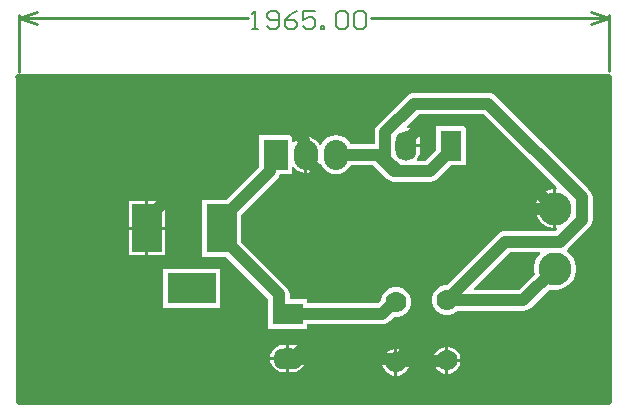
<source format=gbl>
G04*
G04 #@! TF.GenerationSoftware,Altium Limited,Altium Designer,21.4.1 (30)*
G04*
G04 Layer_Physical_Order=2*
G04 Layer_Color=16711680*
%FSTAX24Y24*%
%MOIN*%
G70*
G04*
G04 #@! TF.SameCoordinates,28C8F42C-7358-46F7-AC3D-303988F39EDD*
G04*
G04*
G04 #@! TF.FilePolarity,Positive*
G04*
G01*
G75*
%ADD11C,0.0100*%
%ADD23R,0.1000X0.1600*%
%ADD24R,0.1600X0.1000*%
%ADD25O,0.0700X0.1000*%
%ADD26R,0.0700X0.1000*%
%ADD27C,0.0700*%
%ADD28R,0.0800X0.1000*%
%ADD29O,0.0800X0.1000*%
%ADD30C,0.1100*%
%ADD31O,0.1000X0.0700*%
%ADD32R,0.1000X0.0700*%
%ADD33C,0.0200*%
%ADD34C,0.0400*%
%ADD35C,0.0060*%
G36*
X03145Y03235D02*
X0314Y0323D01*
X0118D01*
Y04315D01*
X03145D01*
Y03235D01*
D02*
G37*
%LPC*%
G36*
X0209Y0412D02*
X0198D01*
Y040373D01*
X019797Y04035D01*
Y04014D01*
X018701Y039044D01*
X0179D01*
Y037144D01*
X018701D01*
X020097Y035748D01*
Y0354D01*
X0201Y035377D01*
Y03475D01*
X0214D01*
Y034897D01*
X023889D01*
X02398Y034909D01*
X024065Y034944D01*
X024138Y035D01*
X024271Y035134D01*
X024284Y03513D01*
X024416D01*
X024543Y035164D01*
X024657Y03523D01*
X02475Y035323D01*
X024816Y035437D01*
X02485Y035564D01*
Y035696D01*
X024816Y035823D01*
X02475Y035937D01*
X024657Y03603D01*
X024543Y036096D01*
X024416Y03613D01*
X024284D01*
X024157Y036096D01*
X024043Y03603D01*
X02395Y035937D01*
X023884Y035823D01*
X023855Y035716D01*
X023742Y035603D01*
X0214D01*
Y03575D01*
X020803D01*
Y035894D01*
X020791Y035985D01*
X020756Y03607D01*
X0207Y036143D01*
X0192Y037643D01*
Y038545D01*
X0204Y039744D01*
X020456Y039817D01*
X02049Y0399D01*
X0209D01*
Y040133D01*
X02095Y04015D01*
X020993Y040093D01*
X021098Y040013D01*
X021219Y039963D01*
X0213Y039952D01*
Y04055D01*
Y041148D01*
X021219Y041137D01*
X021098Y041087D01*
X020993Y041007D01*
X02095Y04095D01*
X0209Y040967D01*
Y0412D01*
D02*
G37*
G36*
X0296Y0394D02*
X029586D01*
X02946Y039375D01*
X029342Y039326D01*
X029236Y039255D01*
X029145Y039164D01*
X029074Y039058D01*
X029025Y03894D01*
X029Y038814D01*
Y0388D01*
X0296D01*
Y0394D01*
D02*
G37*
G36*
X01665Y038994D02*
X0161D01*
Y038144D01*
X01665D01*
Y038994D01*
D02*
G37*
G36*
X016D02*
X01545D01*
Y038144D01*
X016D01*
Y038994D01*
D02*
G37*
G36*
X0296Y0387D02*
X029D01*
Y038686D01*
X029025Y03856D01*
X029074Y038442D01*
X029145Y038336D01*
X029236Y038245D01*
X029342Y038174D01*
X02946Y038125D01*
X029586Y0381D01*
X0296D01*
Y0387D01*
D02*
G37*
G36*
X01665Y038044D02*
X0161D01*
Y037194D01*
X01665D01*
Y038044D01*
D02*
G37*
G36*
X016D02*
X01545D01*
Y037194D01*
X016D01*
Y038044D01*
D02*
G37*
G36*
X027423Y042603D02*
X02496D01*
X024869Y042591D01*
X024784Y042556D01*
X02471Y0425D01*
X02375Y04154D01*
X023694Y041466D01*
X023659Y041381D01*
X023647Y04129D01*
Y040903D01*
X022841D01*
X02283Y040927D01*
X022742Y041042D01*
X022627Y04113D01*
X022494Y041186D01*
X02235Y041205D01*
X022206Y041186D01*
X022073Y04113D01*
X021958Y041042D01*
X02187Y040927D01*
X021848Y040875D01*
X021798D01*
X021787Y040902D01*
X021707Y041007D01*
X021602Y041087D01*
X021481Y041137D01*
X0214Y041148D01*
Y04055D01*
Y039952D01*
X021481Y039963D01*
X021602Y040013D01*
X021707Y040093D01*
X021787Y040198D01*
X021798Y040225D01*
X021848D01*
X02187Y040173D01*
X021958Y040058D01*
X022073Y03997D01*
X022206Y039914D01*
X02235Y039895D01*
X022494Y039914D01*
X022627Y03997D01*
X022742Y040058D01*
X02283Y040173D01*
X022841Y040197D01*
X023596D01*
X024043Y03975D01*
X024116Y039694D01*
X024201Y039659D01*
X024292Y039647D01*
X0255D01*
X025591Y039659D01*
X025677Y039694D01*
X02575Y03975D01*
X026199Y0402D01*
X0267D01*
Y0415D01*
X0257D01*
Y040699D01*
X025354Y040353D01*
X025064D01*
X025039Y040403D01*
X025093Y040473D01*
X025138Y040583D01*
X025154Y0407D01*
Y0408D01*
X0247D01*
Y0409D01*
X025154D01*
Y041D01*
X025138Y041117D01*
X025093Y041227D01*
X025021Y041321D01*
X024927Y041393D01*
X024817Y041438D01*
X02473Y04145D01*
X024712Y041503D01*
X025106Y041897D01*
X027277D01*
X02973Y039443D01*
X029703Y0394D01*
X0297D01*
Y03875D01*
Y0381D01*
X029703D01*
X02973Y038057D01*
X029677Y038003D01*
X028D01*
X027909Y037991D01*
X027823Y037956D01*
X02775Y0379D01*
X026051Y0362D01*
X025984D01*
X025857Y036166D01*
X025743Y0361D01*
X02565Y036007D01*
X025584Y035893D01*
X02555Y035766D01*
Y035634D01*
X025584Y035507D01*
X02565Y035393D01*
X025743Y0353D01*
X025857Y035234D01*
X025984Y0352D01*
X026116D01*
X026243Y035234D01*
X026357Y0353D01*
X026404Y035347D01*
X0286D01*
X028691Y035359D01*
X028777Y035394D01*
X02885Y03545D01*
X029471Y036072D01*
X029581Y03605D01*
X029719D01*
X029854Y036077D01*
X029982Y03613D01*
X030096Y036206D01*
X030194Y036304D01*
X03027Y036418D01*
X030323Y036546D01*
X03035Y036681D01*
Y036819D01*
X030323Y036954D01*
X03027Y037082D01*
X030194Y037196D01*
X030096Y037294D01*
X030045Y037328D01*
X030043Y037378D01*
X030072Y0374D01*
X0308Y038128D01*
X030856Y038201D01*
X030891Y038286D01*
X030903Y038377D01*
Y039123D01*
X030891Y039214D01*
X030856Y039299D01*
X0308Y039372D01*
X027672Y0425D01*
X027599Y042556D01*
X027514Y042591D01*
X027423Y042603D01*
D02*
G37*
G36*
X01755Y036753D02*
X01748Y036744D01*
X0166D01*
Y035444D01*
X0185D01*
Y036744D01*
X01762D01*
X01755Y036753D01*
D02*
G37*
G36*
X0209Y034204D02*
X0208D01*
Y0338D01*
X021347D01*
X021338Y033867D01*
X021293Y033977D01*
X021221Y034071D01*
X021127Y034143D01*
X021017Y034188D01*
X0209Y034204D01*
D02*
G37*
G36*
X0207D02*
X0206D01*
X020483Y034188D01*
X020373Y034143D01*
X020279Y034071D01*
X020207Y033977D01*
X020162Y033867D01*
X020153Y0338D01*
X0207D01*
Y034204D01*
D02*
G37*
G36*
X026109Y03415D02*
X0261D01*
Y03375D01*
X0265D01*
Y033759D01*
X026469Y033874D01*
X02641Y033976D01*
X026326Y03406D01*
X026224Y034119D01*
X026109Y03415D01*
D02*
G37*
G36*
X026D02*
X025991D01*
X025876Y034119D01*
X025774Y03406D01*
X02569Y033976D01*
X025631Y033874D01*
X0256Y033759D01*
Y03375D01*
X026D01*
Y03415D01*
D02*
G37*
G36*
X024409Y03408D02*
X0244D01*
Y03368D01*
X0248D01*
Y033689D01*
X024769Y033804D01*
X02471Y033906D01*
X024626Y03399D01*
X024524Y034049D01*
X024409Y03408D01*
D02*
G37*
G36*
X0243D02*
X024291D01*
X024176Y034049D01*
X024074Y03399D01*
X02399Y033906D01*
X023931Y033804D01*
X0239Y033689D01*
Y03368D01*
X0243D01*
Y03408D01*
D02*
G37*
G36*
X021347Y0337D02*
X0208D01*
Y033296D01*
X0209D01*
X021017Y033312D01*
X021127Y033357D01*
X021221Y033429D01*
X021293Y033523D01*
X021338Y033633D01*
X021347Y0337D01*
D02*
G37*
G36*
X0207D02*
X020153D01*
X020162Y033633D01*
X020207Y033523D01*
X020279Y033429D01*
X020373Y033357D01*
X020483Y033312D01*
X0206Y033296D01*
X0207D01*
Y0337D01*
D02*
G37*
G36*
X0265Y03365D02*
X0261D01*
Y03325D01*
X026109D01*
X026224Y033281D01*
X026326Y03334D01*
X02641Y033424D01*
X026469Y033526D01*
X0265Y033641D01*
Y03365D01*
D02*
G37*
G36*
X026D02*
X0256D01*
Y033641D01*
X025631Y033526D01*
X02569Y033424D01*
X025774Y03334D01*
X025876Y033281D01*
X025991Y03325D01*
X026D01*
Y03365D01*
D02*
G37*
G36*
X0248Y03358D02*
X0244D01*
Y03318D01*
X024409D01*
X024524Y033211D01*
X024626Y03327D01*
X02471Y033354D01*
X024769Y033456D01*
X0248Y033571D01*
Y03358D01*
D02*
G37*
G36*
X0243D02*
X0239D01*
Y033571D01*
X023931Y033456D01*
X02399Y033354D01*
X024074Y03327D01*
X024176Y033211D01*
X024291Y03318D01*
X0243D01*
Y03358D01*
D02*
G37*
%LPD*%
G36*
X029157Y037247D02*
X029106Y037196D01*
X02903Y037082D01*
X028977Y036954D01*
X02895Y036819D01*
Y036681D01*
X028972Y036571D01*
X028454Y036053D01*
X026968D01*
X026948Y036099D01*
X028146Y037297D01*
X029136D01*
X029157Y037247D01*
D02*
G37*
D11*
X03145Y04335D02*
Y0452D01*
X0118Y0433D02*
Y0452D01*
X023524Y0451D02*
X03145D01*
X0118D02*
X019406D01*
X03085Y0453D02*
X03145Y0451D01*
X03085Y0449D02*
X03145Y0451D01*
X0118D02*
X0124Y0449D01*
X0118Y0451D02*
X0124Y0453D01*
D23*
X01855Y038094D02*
D03*
X01605D02*
D03*
D24*
X01755Y036094D02*
D03*
D25*
X0247Y04085D02*
D03*
D26*
X0262D02*
D03*
D27*
X02435Y03563D02*
D03*
Y03363D02*
D03*
X02605Y0357D02*
D03*
Y0337D02*
D03*
D28*
X02035Y04055D02*
D03*
D29*
X02135D02*
D03*
X02235D02*
D03*
D30*
X02965Y03675D02*
D03*
Y03875D02*
D03*
D31*
X02075Y03375D02*
D03*
D32*
Y03525D02*
D03*
D33*
X01175Y04315D02*
X03145D01*
X01175D02*
X0118Y0431D01*
Y0323D02*
Y0431D01*
Y0323D02*
X03145D01*
Y04315D01*
D34*
X02235Y04055D02*
X023742D01*
X02441Y04D02*
X0255D01*
X023742Y04055D02*
X024292Y04D01*
X024Y04041D02*
X02441Y04D01*
X024Y04041D02*
Y04129D01*
X02496Y04225D01*
X024292Y04D02*
X02441D01*
X0262Y0407D02*
Y04085D01*
X0255Y04D02*
X0262Y0407D01*
X02496Y04225D02*
X027423D01*
X03055Y039123D01*
X029823Y03765D02*
X03055Y038377D01*
Y039123D01*
X02605Y0357D02*
X028Y03765D01*
X029823D01*
X02535Y03541D02*
Y03599D01*
X02811Y03875D01*
X02965D01*
X01755Y036094D02*
Y0364D01*
X01855Y037794D02*
Y038094D01*
X02045Y0354D02*
Y035894D01*
X01855Y037794D02*
X02045Y035894D01*
X0206Y03525D02*
X02075D01*
X02045Y0354D02*
X0206Y03525D01*
X0247Y041D02*
X0254Y0417D01*
X0267D02*
X02965Y03875D01*
X0254Y0417D02*
X0267D01*
X0247Y04085D02*
Y041D01*
X0286Y0357D02*
X02965Y03675D01*
X02605Y0357D02*
X0286D01*
X0256Y03488D02*
Y03516D01*
X02435Y03363D02*
X0256Y03488D01*
X02535Y03541D02*
X0256Y03516D01*
X026015Y033665D02*
X02605Y0337D01*
X024385Y033665D02*
X026015D01*
X0209Y03375D02*
X024149D01*
X024269Y03363D01*
X02435D01*
X02135Y040389D02*
Y04055D01*
Y040389D02*
X02505Y036689D01*
Y03534D02*
Y036689D01*
X024284Y034574D02*
X02505Y03534D01*
X021724Y034574D02*
X024284D01*
X0209Y03375D02*
X021724Y034574D01*
X02075Y03375D02*
X0209D01*
X02075Y03525D02*
X023889D01*
X024269Y03563D02*
X02435D01*
X023889Y03525D02*
X024269Y03563D01*
X01855Y038094D02*
Y038394D01*
X02015Y039994D01*
Y04035D01*
X02035Y04055D01*
X01605Y03815D02*
Y038394D01*
X020895Y0414D02*
X021273Y041022D01*
Y040627D02*
Y041022D01*
Y040627D02*
X02135Y04055D01*
X01605Y038394D02*
X019056Y0414D01*
X020895D01*
D35*
X019566Y04474D02*
X019766D01*
X019666D01*
Y04534D01*
X019566Y04524D01*
X020065Y04484D02*
X020165Y04474D01*
X020365D01*
X020465Y04484D01*
Y04524D01*
X020365Y04534D01*
X020165D01*
X020065Y04524D01*
Y04514D01*
X020165Y04504D01*
X020465D01*
X021065Y04534D02*
X020865Y04524D01*
X020665Y04504D01*
Y04484D01*
X020765Y04474D01*
X020965D01*
X021065Y04484D01*
Y04494D01*
X020965Y04504D01*
X020665D01*
X021665Y04534D02*
X021265D01*
Y04504D01*
X021465Y04514D01*
X021565D01*
X021665Y04504D01*
Y04484D01*
X021565Y04474D01*
X021365D01*
X021265Y04484D01*
X021865Y04474D02*
Y04484D01*
X021965D01*
Y04474D01*
X021865D01*
X022365Y04524D02*
X022465Y04534D01*
X022665D01*
X022765Y04524D01*
Y04484D01*
X022665Y04474D01*
X022465D01*
X022365Y04484D01*
Y04524D01*
X022965D02*
X023064Y04534D01*
X023264D01*
X023364Y04524D01*
Y04484D01*
X023264Y04474D01*
X023064D01*
X022965Y04484D01*
Y04524D01*
M02*

</source>
